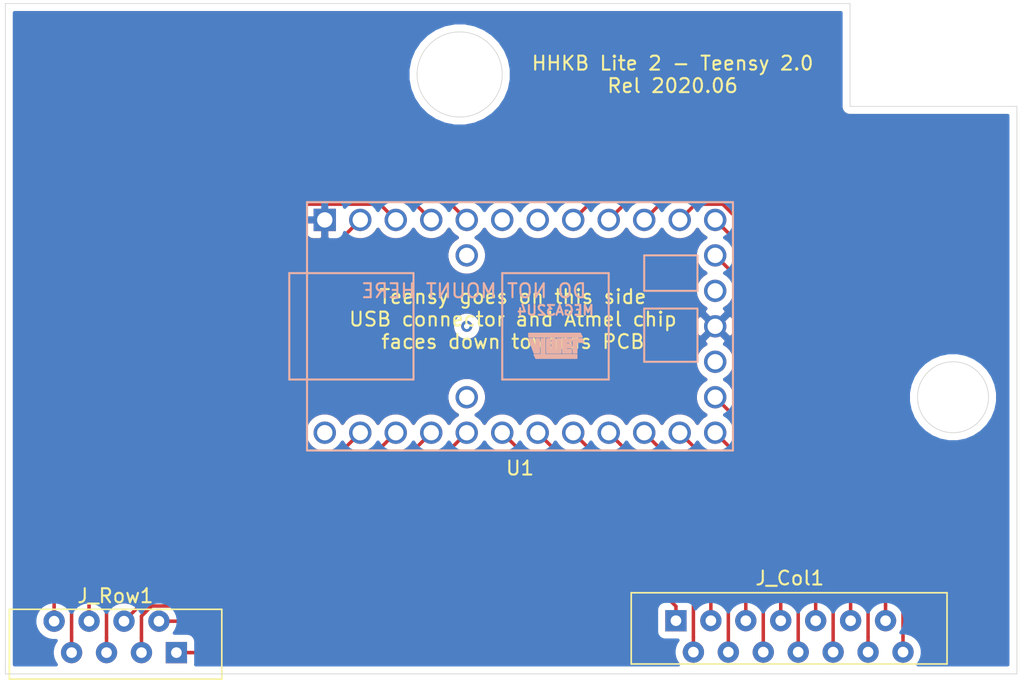
<source format=kicad_pcb>
(kicad_pcb (version 20171130) (host pcbnew "(5.1.6-0-10_14)")

  (general
    (thickness 1.6)
    (drawings 15)
    (tracks 74)
    (zones 0)
    (modules 3)
    (nets 25)
  )

  (page A4)
  (title_block
    (title "HHKB Lite 2 - Teensy 2.0")
    (date 2020-05-19)
    (rev 2020.06)
    (company thirteen37)
  )

  (layers
    (0 F.Cu signal)
    (31 B.Cu signal)
    (32 B.Adhes user)
    (33 F.Adhes user)
    (34 B.Paste user)
    (35 F.Paste user)
    (36 B.SilkS user)
    (37 F.SilkS user)
    (38 B.Mask user)
    (39 F.Mask user)
    (40 Dwgs.User user)
    (41 Cmts.User user)
    (42 Eco1.User user)
    (43 Eco2.User user)
    (44 Edge.Cuts user)
    (45 Margin user)
    (46 B.CrtYd user)
    (47 F.CrtYd user)
    (48 B.Fab user)
    (49 F.Fab user)
  )

  (setup
    (last_trace_width 0.25)
    (trace_clearance 0.2)
    (zone_clearance 0.508)
    (zone_45_only no)
    (trace_min 0.2)
    (via_size 0.8)
    (via_drill 0.4)
    (via_min_size 0.4)
    (via_min_drill 0.3)
    (uvia_size 0.3)
    (uvia_drill 0.1)
    (uvias_allowed no)
    (uvia_min_size 0.2)
    (uvia_min_drill 0.1)
    (edge_width 0.05)
    (segment_width 0.2)
    (pcb_text_width 0.3)
    (pcb_text_size 1.5 1.5)
    (mod_edge_width 0.12)
    (mod_text_size 1 1)
    (mod_text_width 0.15)
    (pad_size 1.524 1.524)
    (pad_drill 0.762)
    (pad_to_mask_clearance 0.051)
    (solder_mask_min_width 0.25)
    (aux_axis_origin 0 0)
    (visible_elements FFFFFF7F)
    (pcbplotparams
      (layerselection 0x010f0_ffffffff)
      (usegerberextensions false)
      (usegerberattributes false)
      (usegerberadvancedattributes false)
      (creategerberjobfile false)
      (excludeedgelayer true)
      (linewidth 0.100000)
      (plotframeref false)
      (viasonmask false)
      (mode 1)
      (useauxorigin false)
      (hpglpennumber 1)
      (hpglpenspeed 20)
      (hpglpendiameter 15.000000)
      (psnegative false)
      (psa4output false)
      (plotreference true)
      (plotvalue true)
      (plotinvisibletext false)
      (padsonsilk false)
      (subtractmaskfromsilk false)
      (outputformat 1)
      (mirror false)
      (drillshape 0)
      (scaleselection 1)
      (outputdirectory "plots/"))
  )

  (net 0 "")
  (net 1 "Net-(J_Col1-Pad14)")
  (net 2 "Net-(J_Col1-Pad13)")
  (net 3 "Net-(J_Col1-Pad12)")
  (net 4 "Net-(J_Col1-Pad11)")
  (net 5 "Net-(J_Col1-Pad10)")
  (net 6 "Net-(J_Col1-Pad9)")
  (net 7 "Net-(J_Col1-Pad8)")
  (net 8 "Net-(J_Col1-Pad7)")
  (net 9 "Net-(J_Col1-Pad6)")
  (net 10 "Net-(J_Col1-Pad5)")
  (net 11 "Net-(J_Col1-Pad4)")
  (net 12 "Net-(J_Col1-Pad3)")
  (net 13 "Net-(J_Col1-Pad2)")
  (net 14 "Net-(J_Col1-Pad1)")
  (net 15 "Net-(J_Row1-Pad8)")
  (net 16 "Net-(J_Row1-Pad7)")
  (net 17 "Net-(J_Row1-Pad6)")
  (net 18 "Net-(J_Row1-Pad5)")
  (net 19 "Net-(J_Row1-Pad4)")
  (net 20 "Net-(J_Row1-Pad3)")
  (net 21 "Net-(J_Row1-Pad2)")
  (net 22 "Net-(J_Row1-Pad1)")
  (net 23 "Net-(U1-Pad15)")
  (net 24 GND)

  (net_class Default "This is the default net class."
    (clearance 0.2)
    (trace_width 0.25)
    (via_dia 0.8)
    (via_drill 0.4)
    (uvia_dia 0.3)
    (uvia_drill 0.1)
    (add_net GND)
    (add_net "Net-(J_Col1-Pad1)")
    (add_net "Net-(J_Col1-Pad10)")
    (add_net "Net-(J_Col1-Pad11)")
    (add_net "Net-(J_Col1-Pad12)")
    (add_net "Net-(J_Col1-Pad13)")
    (add_net "Net-(J_Col1-Pad14)")
    (add_net "Net-(J_Col1-Pad2)")
    (add_net "Net-(J_Col1-Pad3)")
    (add_net "Net-(J_Col1-Pad4)")
    (add_net "Net-(J_Col1-Pad5)")
    (add_net "Net-(J_Col1-Pad6)")
    (add_net "Net-(J_Col1-Pad7)")
    (add_net "Net-(J_Col1-Pad8)")
    (add_net "Net-(J_Col1-Pad9)")
    (add_net "Net-(J_Row1-Pad1)")
    (add_net "Net-(J_Row1-Pad2)")
    (add_net "Net-(J_Row1-Pad3)")
    (add_net "Net-(J_Row1-Pad4)")
    (add_net "Net-(J_Row1-Pad5)")
    (add_net "Net-(J_Row1-Pad6)")
    (add_net "Net-(J_Row1-Pad7)")
    (add_net "Net-(J_Row1-Pad8)")
    (add_net "Net-(U1-Pad15)")
  )

  (module Connector_Molex_Easy-On:Molex_Easy-On_39-53-2084_8-Contacts (layer F.Cu) (tedit 5EB946F0) (tstamp 5EB9A993)
    (at 134.112 75.438 180)
    (path /5EB4500B)
    (fp_text reference J_Row1 (at 4.318 4.064) (layer F.SilkS)
      (effects (font (size 1 1) (thickness 0.15)))
    )
    (fp_text value Rows (at 9.652 4.064) (layer F.Fab)
      (effects (font (size 1 1) (thickness 0.15)))
    )
    (fp_line (start 11.9 3.1) (end -3.3 3.1) (layer F.SilkS) (width 0.12))
    (fp_line (start 11.9 -1.9) (end -3.3 -1.9) (layer F.SilkS) (width 0.12))
    (fp_line (start -3.3 -1.9) (end -3.3 3.1) (layer F.SilkS) (width 0.12))
    (fp_line (start 11.9 3.1) (end 11.9 -1.9) (layer F.SilkS) (width 0.12))
    (pad 8 thru_hole circle (at 8.7 2.25) (size 1.524 1.524) (drill 0.762) (layers *.Cu *.Mask)
      (net 15 "Net-(J_Row1-Pad8)"))
    (pad 7 thru_hole circle (at 7.45 0) (size 1.524 1.524) (drill 0.762) (layers *.Cu *.Mask)
      (net 16 "Net-(J_Row1-Pad7)"))
    (pad 6 thru_hole circle (at 6.2 2.25) (size 1.524 1.524) (drill 0.762) (layers *.Cu *.Mask)
      (net 17 "Net-(J_Row1-Pad6)"))
    (pad 5 thru_hole circle (at 4.95 0) (size 1.524 1.524) (drill 0.762) (layers *.Cu *.Mask)
      (net 18 "Net-(J_Row1-Pad5)"))
    (pad 4 thru_hole circle (at 3.7 2.25) (size 1.524 1.524) (drill 0.762) (layers *.Cu *.Mask)
      (net 19 "Net-(J_Row1-Pad4)"))
    (pad 3 thru_hole circle (at 2.45 0) (size 1.524 1.524) (drill 0.762) (layers *.Cu *.Mask)
      (net 20 "Net-(J_Row1-Pad3)"))
    (pad 2 thru_hole circle (at 1.2 2.25) (size 1.524 1.524) (drill 0.762) (layers *.Cu *.Mask)
      (net 21 "Net-(J_Row1-Pad2)"))
    (pad 1 thru_hole rect (at -0.05 0) (size 1.524 1.524) (drill 0.762) (layers *.Cu *.Mask)
      (net 22 "Net-(J_Row1-Pad1)"))
  )

  (module Connector_Molex_Easy-On:Molex_Easy-On_39-53-2144_14-Contacts (layer F.Cu) (tedit 5EB94935) (tstamp 5EB9ABB6)
    (at 169.91 73.152)
    (path /5EB48372)
    (fp_text reference J_Col1 (at 8.144 -3.048) (layer F.SilkS)
      (effects (font (size 1 1) (thickness 0.15)))
    )
    (fp_text value Columns (at 0.524 -3.048) (layer F.Fab)
      (effects (font (size 1 1) (thickness 0.15)))
    )
    (fp_line (start 19.4 3.1) (end -3.2 3.1) (layer F.SilkS) (width 0.12))
    (fp_line (start 19.4 -2) (end 19.4 3.1) (layer F.SilkS) (width 0.12))
    (fp_line (start -3.2 -2) (end 19.4 -2) (layer F.SilkS) (width 0.12))
    (fp_line (start -3.2 -2) (end -3.2 3.1) (layer F.SilkS) (width 0.12))
    (pad 14 thru_hole circle (at 16.25 2.25 180) (size 1.524 1.524) (drill 0.762) (layers *.Cu *.Mask)
      (net 1 "Net-(J_Col1-Pad14)"))
    (pad 13 thru_hole circle (at 15 0 180) (size 1.524 1.524) (drill 0.762) (layers *.Cu *.Mask)
      (net 2 "Net-(J_Col1-Pad13)"))
    (pad 12 thru_hole circle (at 13.75 2.25 180) (size 1.524 1.524) (drill 0.762) (layers *.Cu *.Mask)
      (net 3 "Net-(J_Col1-Pad12)"))
    (pad 11 thru_hole circle (at 12.5 0 180) (size 1.524 1.524) (drill 0.762) (layers *.Cu *.Mask)
      (net 4 "Net-(J_Col1-Pad11)"))
    (pad 10 thru_hole circle (at 11.25 2.25 180) (size 1.524 1.524) (drill 0.762) (layers *.Cu *.Mask)
      (net 5 "Net-(J_Col1-Pad10)"))
    (pad 9 thru_hole circle (at 10 0 180) (size 1.524 1.524) (drill 0.762) (layers *.Cu *.Mask)
      (net 6 "Net-(J_Col1-Pad9)"))
    (pad 8 thru_hole circle (at 8.75 2.25 180) (size 1.524 1.524) (drill 0.762) (layers *.Cu *.Mask)
      (net 7 "Net-(J_Col1-Pad8)"))
    (pad 7 thru_hole circle (at 7.5 0 180) (size 1.524 1.524) (drill 0.762) (layers *.Cu *.Mask)
      (net 8 "Net-(J_Col1-Pad7)"))
    (pad 6 thru_hole circle (at 6.25 2.25 180) (size 1.524 1.524) (drill 0.762) (layers *.Cu *.Mask)
      (net 9 "Net-(J_Col1-Pad6)"))
    (pad 5 thru_hole circle (at 5 0 180) (size 1.524 1.524) (drill 0.762) (layers *.Cu *.Mask)
      (net 10 "Net-(J_Col1-Pad5)"))
    (pad 4 thru_hole circle (at 3.75 2.25 180) (size 1.524 1.524) (drill 0.762) (layers *.Cu *.Mask)
      (net 11 "Net-(J_Col1-Pad4)"))
    (pad 3 thru_hole circle (at 2.5 0 180) (size 1.524 1.524) (drill 0.762) (layers *.Cu *.Mask)
      (net 12 "Net-(J_Col1-Pad3)"))
    (pad 2 thru_hole circle (at 1.25 2.25 180) (size 1.524 1.524) (drill 0.762) (layers *.Cu *.Mask)
      (net 13 "Net-(J_Col1-Pad2)"))
    (pad 1 thru_hole rect (at 0 0 180) (size 1.524 1.524) (drill 0.762) (layers *.Cu *.Mask)
      (net 14 "Net-(J_Col1-Pad1)"))
  )

  (module teensy:Teensy2.0 (layer B.Cu) (tedit 5D5219BD) (tstamp 5EB43F7D)
    (at 158.75 52.07)
    (descr 11)
    (path /5EBE78DD)
    (fp_text reference U1 (at 0 10.16) (layer F.SilkS)
      (effects (font (size 1 1) (thickness 0.15)))
    )
    (fp_text value "Teensy2.0_(C)" (at 0 -10.16) (layer F.Fab)
      (effects (font (size 1 1) (thickness 0.15)))
    )
    (fp_line (start 12.7 -2.54) (end 8.89 -2.54) (layer B.SilkS) (width 0.15))
    (fp_line (start 8.89 -2.54) (end 8.89 -5.08) (layer B.SilkS) (width 0.15))
    (fp_line (start 8.89 -5.08) (end 12.7 -5.08) (layer B.SilkS) (width 0.15))
    (fp_line (start 12.7 -5.08) (end 12.7 -2.54) (layer B.SilkS) (width 0.15))
    (fp_line (start 12.7 2.54) (end 8.89 2.54) (layer B.SilkS) (width 0.15))
    (fp_line (start 8.89 2.54) (end 8.89 0) (layer B.SilkS) (width 0.15))
    (fp_line (start 8.89 0) (end 8.89 -1.27) (layer B.SilkS) (width 0.15))
    (fp_line (start 8.89 -1.27) (end 12.7 -1.27) (layer B.SilkS) (width 0.15))
    (fp_line (start 12.7 -1.27) (end 12.7 2.54) (layer B.SilkS) (width 0.15))
    (fp_line (start -1.27 -3.81) (end 6.35 -3.81) (layer B.SilkS) (width 0.15))
    (fp_line (start 6.35 -3.81) (end 6.35 3.81) (layer B.SilkS) (width 0.15))
    (fp_line (start 6.35 3.81) (end -1.27 3.81) (layer B.SilkS) (width 0.15))
    (fp_line (start -1.27 3.81) (end -1.27 -3.81) (layer B.SilkS) (width 0.15))
    (fp_line (start -7.62 -3.81) (end -16.51 -3.81) (layer B.SilkS) (width 0.15))
    (fp_line (start -16.51 -3.81) (end -16.51 3.81) (layer B.SilkS) (width 0.15))
    (fp_line (start -16.51 3.81) (end -7.62 3.81) (layer B.SilkS) (width 0.15))
    (fp_line (start -7.62 3.81) (end -7.62 -3.81) (layer B.SilkS) (width 0.15))
    (fp_line (start -15.24 8.89) (end 15.24 8.89) (layer B.SilkS) (width 0.15))
    (fp_line (start 15.24 8.89) (end 15.24 -8.89) (layer B.SilkS) (width 0.15))
    (fp_line (start 15.24 -8.89) (end -15.24 -8.89) (layer B.SilkS) (width 0.15))
    (fp_line (start -15.24 -8.89) (end -15.24 8.89) (layer B.SilkS) (width 0.15))
    (fp_poly (pts (xy 3.048 1.905) (xy 3.683 1.905) (xy 3.683 1.651) (xy 3.302 1.651)
      (xy 3.302 1.524) (xy 3.683 1.524) (xy 3.683 1.27) (xy 3.302 1.27)
      (xy 3.302 1.143) (xy 3.683 1.143) (xy 3.683 0.889) (xy 3.048 0.889)) (layer B.SilkS) (width 0.1))
    (fp_poly (pts (xy 3.81 1.905) (xy 3.81 0.889) (xy 4.445 0.889) (xy 4.572 1.143)
      (xy 4.064 1.143) (xy 4.064 1.905)) (layer B.SilkS) (width 0.1))
    (fp_poly (pts (xy 2.921 0.889) (xy 2.921 1.905) (xy 1.905 1.905) (xy 1.905 0.889)
      (xy 2.159 0.889) (xy 2.159 1.651) (xy 2.286 1.651) (xy 2.286 0.889)
      (xy 2.54 0.889) (xy 2.54 1.651) (xy 2.667 1.651) (xy 2.667 0.889)) (layer B.SilkS) (width 0.1))
    (fp_poly (pts (xy 4.064 2.032) (xy 1.778 2.032) (xy 1.778 0.889) (xy 1.524 0.889)
      (xy 1.524 2.032) (xy 1.016 2.032) (xy 1.143 2.286) (xy 4.064 2.286)) (layer B.SilkS) (width 0.1))
    (fp_poly (pts (xy 1.397 0.889) (xy 1.397 1.905) (xy 1.016 1.905) (xy 0.635 0.889)
      (xy 0.889 0.889) (xy 1.143 1.651) (xy 1.143 0.889)) (layer B.SilkS) (width 0.1))
    (fp_poly (pts (xy 0.635 0.762) (xy 4.445 0.762) (xy 4.318 0.508) (xy 0.635 0.508)) (layer B.SilkS) (width 0.1))
    (fp_text user MEGA32U4 (at 2.54 -1.143) (layer B.SilkS)
      (effects (font (size 0.7 0.7) (thickness 0.15)) (justify mirror))
    )
    (pad 15 thru_hole circle (at 13.97 0) (size 1.6 1.6) (drill 1.1) (layers *.Cu *.Mask)
      (net 24 GND))
    (pad 1 thru_hole rect (at -13.97 -7.62) (size 1.6 1.6) (drill 1.1) (layers *.Cu *.Mask)
      (net 24 GND))
    (pad 2 thru_hole circle (at -11.43 -7.62) (size 1.6 1.6) (drill 1.1) (layers *.Cu *.Mask)
      (net 18 "Net-(J_Row1-Pad5)"))
    (pad 3 thru_hole circle (at -8.89 -7.62) (size 1.6 1.6) (drill 1.1) (layers *.Cu *.Mask)
      (net 17 "Net-(J_Row1-Pad6)"))
    (pad 4 thru_hole circle (at -6.35 -7.62) (size 1.6 1.6) (drill 1.1) (layers *.Cu *.Mask)
      (net 16 "Net-(J_Row1-Pad7)"))
    (pad 5 thru_hole circle (at -3.81 -7.62) (size 1.6 1.6) (drill 1.1) (layers *.Cu *.Mask)
      (net 15 "Net-(J_Row1-Pad8)"))
    (pad 6 thru_hole circle (at -1.27 -7.62) (size 1.6 1.6) (drill 1.1) (layers *.Cu *.Mask))
    (pad 7 thru_hole circle (at 1.27 -7.62) (size 1.6 1.6) (drill 1.1) (layers *.Cu *.Mask))
    (pad 8 thru_hole circle (at 3.81 -7.62) (size 1.6 1.6) (drill 1.1) (layers *.Cu *.Mask)
      (net 1 "Net-(J_Col1-Pad14)"))
    (pad 9 thru_hole circle (at 6.35 -7.62) (size 1.6 1.6) (drill 1.1) (layers *.Cu *.Mask)
      (net 2 "Net-(J_Col1-Pad13)"))
    (pad 10 thru_hole circle (at 8.89 -7.62) (size 1.6 1.6) (drill 1.1) (layers *.Cu *.Mask)
      (net 3 "Net-(J_Col1-Pad12)"))
    (pad 11 thru_hole circle (at 11.43 -7.62) (size 1.6 1.6) (drill 1.1) (layers *.Cu *.Mask)
      (net 4 "Net-(J_Col1-Pad11)"))
    (pad 12 thru_hole circle (at 13.97 -7.62) (size 1.6 1.6) (drill 1.1) (layers *.Cu *.Mask)
      (net 5 "Net-(J_Col1-Pad10)"))
    (pad 13 thru_hole circle (at 13.97 -5.08) (size 1.6 1.6) (drill 1.1) (layers *.Cu *.Mask)
      (net 6 "Net-(J_Col1-Pad9)"))
    (pad 14 thru_hole circle (at 13.97 -2.54) (size 1.6 1.6) (drill 1.1) (layers *.Cu *.Mask))
    (pad 16 thru_hole circle (at 13.97 2.54) (size 1.6 1.6) (drill 1.1) (layers *.Cu *.Mask))
    (pad 17 thru_hole circle (at 13.97 5.08) (size 1.6 1.6) (drill 1.1) (layers *.Cu *.Mask)
      (net 7 "Net-(J_Col1-Pad8)"))
    (pad 18 thru_hole circle (at 13.97 7.62) (size 1.6 1.6) (drill 1.1) (layers *.Cu *.Mask)
      (net 8 "Net-(J_Col1-Pad7)"))
    (pad 19 thru_hole circle (at 11.43 7.62) (size 1.6 1.6) (drill 1.1) (layers *.Cu *.Mask)
      (net 9 "Net-(J_Col1-Pad6)"))
    (pad 20 thru_hole circle (at 8.89 7.62) (size 1.6 1.6) (drill 1.1) (layers *.Cu *.Mask)
      (net 10 "Net-(J_Col1-Pad5)"))
    (pad 21 thru_hole circle (at 6.35 7.62) (size 1.6 1.6) (drill 1.1) (layers *.Cu *.Mask)
      (net 11 "Net-(J_Col1-Pad4)"))
    (pad 22 thru_hole circle (at 3.81 7.62) (size 1.6 1.6) (drill 1.1) (layers *.Cu *.Mask)
      (net 12 "Net-(J_Col1-Pad3)"))
    (pad 23 thru_hole circle (at 1.27 7.62) (size 1.6 1.6) (drill 1.1) (layers *.Cu *.Mask)
      (net 13 "Net-(J_Col1-Pad2)"))
    (pad 24 thru_hole circle (at -1.27 7.62) (size 1.6 1.6) (drill 1.1) (layers *.Cu *.Mask)
      (net 14 "Net-(J_Col1-Pad1)"))
    (pad 25 thru_hole circle (at -3.81 7.62) (size 1.6 1.6) (drill 1.1) (layers *.Cu *.Mask)
      (net 22 "Net-(J_Row1-Pad1)"))
    (pad 26 thru_hole circle (at -6.35 7.62) (size 1.6 1.6) (drill 1.1) (layers *.Cu *.Mask)
      (net 21 "Net-(J_Row1-Pad2)"))
    (pad 27 thru_hole circle (at -8.89 7.62) (size 1.6 1.6) (drill 1.1) (layers *.Cu *.Mask)
      (net 20 "Net-(J_Row1-Pad3)"))
    (pad 28 thru_hole circle (at -11.43 7.62) (size 1.6 1.6) (drill 1.1) (layers *.Cu *.Mask)
      (net 19 "Net-(J_Row1-Pad4)"))
    (pad 29 thru_hole circle (at -13.97 7.62) (size 1.6 1.6) (drill 1.1) (layers *.Cu *.Mask))
    (pad 30 thru_hole circle (at -3.81 -5.08) (size 1.6 1.6) (drill 1.1) (layers *.Cu *.Mask))
    (pad 31 thru_hole circle (at -3.81 5.08) (size 1.6 1.6) (drill 1.1) (layers *.Cu *.Mask))
  )

  (gr_text "DO NOT MOUNT HERE" (at 155.448 49.53) (layer B.SilkS)
    (effects (font (size 1 1) (thickness 0.15)) (justify mirror))
  )
  (gr_text "Teensy goes on this side\nUSB connector and Atmel chip\nfaces down towards PCB" (at 158.242 51.562) (layer F.SilkS)
    (effects (font (size 1 1) (thickness 0.15)))
  )
  (gr_line (start 143.51 60.96) (end 143.51 43.18) (layer F.SilkS) (width 0.12) (tstamp 5EC38B7B))
  (gr_line (start 173.99 60.96) (end 143.51 60.96) (layer F.SilkS) (width 0.12))
  (gr_line (start 173.99 43.18) (end 173.99 60.96) (layer F.SilkS) (width 0.12))
  (gr_line (start 143.51 43.18) (end 173.99 43.18) (layer F.SilkS) (width 0.12))
  (gr_circle (center 189.738 57.15) (end 187.198 57.15) (layer Edge.Cuts) (width 0.05))
  (gr_text "HHKB Lite 2 - Teensy 2.0\nRel 2020.06" (at 169.672 34.036) (layer F.SilkS)
    (effects (font (size 1 1) (thickness 0.15)))
  )
  (gr_line (start 182.372 36.322) (end 182.372 28.956) (layer Edge.Cuts) (width 0.05))
  (gr_circle (center 154.432 34.036) (end 157.48 34.036) (layer Edge.Cuts) (width 0.05) (tstamp 5EC93158))
  (gr_line (start 194.31 36.322) (end 182.372 36.322) (layer Edge.Cuts) (width 0.05) (tstamp 5EB55CE9))
  (gr_line (start 121.92 76.962) (end 194.31 76.962) (layer Edge.Cuts) (width 0.05) (tstamp 5EB521AF))
  (gr_line (start 121.92 28.956) (end 182.372 28.956) (layer Edge.Cuts) (width 0.05) (tstamp 5EB5213F))
  (gr_line (start 121.92 76.962) (end 121.92 28.956) (layer Edge.Cuts) (width 0.05))
  (gr_line (start 194.31 76.962) (end 194.31 36.322) (layer Edge.Cuts) (width 0.05))

  (segment (start 186.16 74.32437) (end 186.16 75.402) (width 0.25) (layer F.Cu) (net 1))
  (segment (start 186.16 54.315768) (end 186.16 74.32437) (width 0.25) (layer F.Cu) (net 1))
  (segment (start 173.819204 41.974972) (end 186.16 54.315768) (width 0.25) (layer F.Cu) (net 1))
  (segment (start 165.035028 41.974972) (end 173.819204 41.974972) (width 0.25) (layer F.Cu) (net 1))
  (segment (start 162.56 44.45) (end 165.035028 41.974972) (width 0.25) (layer F.Cu) (net 1))
  (segment (start 184.91 72.07437) (end 184.91 73.152) (width 0.25) (layer F.Cu) (net 2))
  (segment (start 173.632803 42.424981) (end 184.91 53.702178) (width 0.25) (layer F.Cu) (net 2))
  (segment (start 167.125019 42.424981) (end 173.632803 42.424981) (width 0.25) (layer F.Cu) (net 2))
  (segment (start 184.91 53.702178) (end 184.91 72.07437) (width 0.25) (layer F.Cu) (net 2))
  (segment (start 165.1 44.45) (end 167.125019 42.424981) (width 0.25) (layer F.Cu) (net 2))
  (segment (start 183.66 74.32437) (end 183.66 75.402) (width 0.25) (layer F.Cu) (net 3))
  (segment (start 183.66 53.088588) (end 183.66 74.32437) (width 0.25) (layer F.Cu) (net 3))
  (segment (start 173.446402 42.87499) (end 183.66 53.088588) (width 0.25) (layer F.Cu) (net 3))
  (segment (start 169.21501 42.87499) (end 173.446402 42.87499) (width 0.25) (layer F.Cu) (net 3))
  (segment (start 167.64 44.45) (end 169.21501 42.87499) (width 0.25) (layer F.Cu) (net 3))
  (segment (start 170.979999 43.650001) (end 170.18 44.45) (width 0.25) (layer F.Cu) (net 4))
  (segment (start 173.260001 43.324999) (end 171.305001 43.324999) (width 0.25) (layer F.Cu) (net 4))
  (segment (start 182.41 52.474998) (end 173.260001 43.324999) (width 0.25) (layer F.Cu) (net 4))
  (segment (start 171.305001 43.324999) (end 170.979999 43.650001) (width 0.25) (layer F.Cu) (net 4))
  (segment (start 182.41 73.152) (end 182.41 52.474998) (width 0.25) (layer F.Cu) (net 4))
  (segment (start 181.16 52.89) (end 181.16 75.402) (width 0.25) (layer F.Cu) (net 5))
  (segment (start 172.72 44.45) (end 181.16 52.89) (width 0.25) (layer F.Cu) (net 5))
  (segment (start 179.91 54.18) (end 172.72 46.99) (width 0.25) (layer F.Cu) (net 6))
  (segment (start 179.91 73.152) (end 179.91 54.18) (width 0.25) (layer F.Cu) (net 6))
  (segment (start 178.66 63.09) (end 178.66 75.402) (width 0.25) (layer F.Cu) (net 7))
  (segment (start 172.72 57.15) (end 178.66 63.09) (width 0.25) (layer F.Cu) (net 7))
  (segment (start 177.41 64.38) (end 177.41 73.152) (width 0.25) (layer F.Cu) (net 8))
  (segment (start 172.72 59.69) (end 177.41 64.38) (width 0.25) (layer F.Cu) (net 8))
  (segment (start 176.16 65.67) (end 176.16 75.402) (width 0.25) (layer F.Cu) (net 9))
  (segment (start 170.18 59.69) (end 176.16 65.67) (width 0.25) (layer F.Cu) (net 9))
  (segment (start 174.91 66.96) (end 174.91 73.152) (width 0.25) (layer F.Cu) (net 10))
  (segment (start 167.64 59.69) (end 174.91 66.96) (width 0.25) (layer F.Cu) (net 10))
  (segment (start 173.66 68.25) (end 173.66 75.402) (width 0.25) (layer F.Cu) (net 11))
  (segment (start 165.1 59.69) (end 173.66 68.25) (width 0.25) (layer F.Cu) (net 11))
  (segment (start 172.41 69.54) (end 172.41 73.152) (width 0.25) (layer F.Cu) (net 12))
  (segment (start 162.56 59.69) (end 172.41 69.54) (width 0.25) (layer F.Cu) (net 12))
  (segment (start 171.16 74.32437) (end 171.16 75.402) (width 0.25) (layer F.Cu) (net 13))
  (segment (start 171.16 70.83) (end 171.16 74.32437) (width 0.25) (layer F.Cu) (net 13))
  (segment (start 160.02 59.69) (end 171.16 70.83) (width 0.25) (layer F.Cu) (net 13))
  (segment (start 169.91 72.12) (end 169.91 73.152) (width 0.25) (layer F.Cu) (net 14))
  (segment (start 157.48 59.69) (end 169.91 72.12) (width 0.25) (layer F.Cu) (net 14))
  (segment (start 125.412 72.11037) (end 125.412 73.188) (width 0.25) (layer F.Cu) (net 15))
  (segment (start 141.976199 42.424981) (end 125.412 58.98918) (width 0.25) (layer F.Cu) (net 15))
  (segment (start 152.914981 42.424981) (end 141.976199 42.424981) (width 0.25) (layer F.Cu) (net 15))
  (segment (start 125.412 58.98918) (end 125.412 72.11037) (width 0.25) (layer F.Cu) (net 15))
  (segment (start 154.94 44.45) (end 152.914981 42.424981) (width 0.25) (layer F.Cu) (net 15))
  (segment (start 142.1626 42.87499) (end 126.662 58.37559) (width 0.25) (layer F.Cu) (net 16))
  (segment (start 126.662 74.36037) (end 126.662 75.438) (width 0.25) (layer F.Cu) (net 16))
  (segment (start 126.662 58.37559) (end 126.662 74.36037) (width 0.25) (layer F.Cu) (net 16))
  (segment (start 150.82499 42.87499) (end 142.1626 42.87499) (width 0.25) (layer F.Cu) (net 16))
  (segment (start 152.4 44.45) (end 150.82499 42.87499) (width 0.25) (layer F.Cu) (net 16))
  (segment (start 127.912 72.11037) (end 127.912 73.188) (width 0.25) (layer F.Cu) (net 17))
  (segment (start 127.912 57.762) (end 127.912 72.11037) (width 0.25) (layer F.Cu) (net 17))
  (segment (start 142.349001 43.324999) (end 127.912 57.762) (width 0.25) (layer F.Cu) (net 17))
  (segment (start 148.734999 43.324999) (end 142.349001 43.324999) (width 0.25) (layer F.Cu) (net 17))
  (segment (start 149.86 44.45) (end 148.734999 43.324999) (width 0.25) (layer F.Cu) (net 17))
  (segment (start 129.162 74.36037) (end 129.162 75.438) (width 0.25) (layer F.Cu) (net 18))
  (segment (start 129.162 62.608) (end 129.162 74.36037) (width 0.25) (layer F.Cu) (net 18))
  (segment (start 147.32 44.45) (end 129.162 62.608) (width 0.25) (layer F.Cu) (net 18))
  (segment (start 131.173999 72.426001) (end 130.412 73.188) (width 0.25) (layer F.Cu) (net 19))
  (segment (start 131.94901 71.65099) (end 131.173999 72.426001) (width 0.25) (layer F.Cu) (net 19))
  (segment (start 135.35901 71.65099) (end 131.94901 71.65099) (width 0.25) (layer F.Cu) (net 19))
  (segment (start 147.32 59.69) (end 135.35901 71.65099) (width 0.25) (layer F.Cu) (net 19))
  (segment (start 131.662 74.36037) (end 131.662 75.438) (width 0.25) (layer F.Cu) (net 20))
  (segment (start 132.390239 72.100999) (end 131.662 72.829238) (width 0.25) (layer F.Cu) (net 20))
  (segment (start 131.662 72.829238) (end 131.662 74.36037) (width 0.25) (layer F.Cu) (net 20))
  (segment (start 137.449001 72.100999) (end 132.390239 72.100999) (width 0.25) (layer F.Cu) (net 20))
  (segment (start 149.86 59.69) (end 137.449001 72.100999) (width 0.25) (layer F.Cu) (net 20))
  (segment (start 138.902 73.188) (end 132.912 73.188) (width 0.25) (layer F.Cu) (net 21))
  (segment (start 152.4 59.69) (end 138.902 73.188) (width 0.25) (layer F.Cu) (net 21))
  (segment (start 135.174 75.438) (end 134.162 75.438) (width 0.25) (layer F.Cu) (net 22))
  (segment (start 139.192 75.438) (end 135.174 75.438) (width 0.25) (layer F.Cu) (net 22))
  (segment (start 154.94 59.69) (end 139.192 75.438) (width 0.25) (layer F.Cu) (net 22))
  (via (at 154.94 52.07) (size 0.8) (drill 0.4) (layers F.Cu B.Cu) (net 23))

  (zone (net 24) (net_name GND) (layer F.Cu) (tstamp 5EB9B1B9) (hatch edge 0.508)
    (connect_pads (clearance 0.508))
    (min_thickness 0.254)
    (fill yes (arc_segments 32) (thermal_gap 0.508) (thermal_bridge_width 0.508))
    (polygon
      (pts
        (xy 194.818 76.962) (xy 121.8565 76.962) (xy 121.666 28.702) (xy 194.818 28.702)
      )
    )
    (filled_polygon
      (pts
        (xy 171.605363 45.364759) (xy 171.805241 45.564637) (xy 172.037759 45.72) (xy 171.805241 45.875363) (xy 171.605363 46.075241)
        (xy 171.44832 46.310273) (xy 171.340147 46.571426) (xy 171.285 46.848665) (xy 171.285 47.131335) (xy 171.340147 47.408574)
        (xy 171.44832 47.669727) (xy 171.605363 47.904759) (xy 171.805241 48.104637) (xy 172.037759 48.26) (xy 171.805241 48.415363)
        (xy 171.605363 48.615241) (xy 171.44832 48.850273) (xy 171.340147 49.111426) (xy 171.285 49.388665) (xy 171.285 49.671335)
        (xy 171.340147 49.948574) (xy 171.44832 50.209727) (xy 171.605363 50.444759) (xy 171.805241 50.644637) (xy 172.039128 50.800915)
        (xy 171.978486 50.833329) (xy 171.906903 51.077298) (xy 172.72 51.890395) (xy 173.533097 51.077298) (xy 173.461514 50.833329)
        (xy 173.397008 50.802806) (xy 173.399727 50.80168) (xy 173.634759 50.644637) (xy 173.834637 50.444759) (xy 173.99168 50.209727)
        (xy 174.099853 49.948574) (xy 174.155 49.671335) (xy 174.155 49.499801) (xy 179.150001 54.494803) (xy 179.150001 62.505199)
        (xy 174.118688 57.473887) (xy 174.155 57.291335) (xy 174.155 57.008665) (xy 174.099853 56.731426) (xy 173.99168 56.470273)
        (xy 173.834637 56.235241) (xy 173.634759 56.035363) (xy 173.402241 55.88) (xy 173.634759 55.724637) (xy 173.834637 55.524759)
        (xy 173.99168 55.289727) (xy 174.099853 55.028574) (xy 174.155 54.751335) (xy 174.155 54.468665) (xy 174.099853 54.191426)
        (xy 173.99168 53.930273) (xy 173.834637 53.695241) (xy 173.634759 53.495363) (xy 173.400872 53.339085) (xy 173.461514 53.306671)
        (xy 173.533097 53.062702) (xy 172.72 52.249605) (xy 171.906903 53.062702) (xy 171.978486 53.306671) (xy 172.042992 53.337194)
        (xy 172.040273 53.33832) (xy 171.805241 53.495363) (xy 171.605363 53.695241) (xy 171.44832 53.930273) (xy 171.340147 54.191426)
        (xy 171.285 54.468665) (xy 171.285 54.751335) (xy 171.340147 55.028574) (xy 171.44832 55.289727) (xy 171.605363 55.524759)
        (xy 171.805241 55.724637) (xy 172.037759 55.88) (xy 171.805241 56.035363) (xy 171.605363 56.235241) (xy 171.44832 56.470273)
        (xy 171.340147 56.731426) (xy 171.285 57.008665) (xy 171.285 57.291335) (xy 171.340147 57.568574) (xy 171.44832 57.829727)
        (xy 171.605363 58.064759) (xy 171.805241 58.264637) (xy 172.037759 58.42) (xy 171.805241 58.575363) (xy 171.605363 58.775241)
        (xy 171.45 59.007759) (xy 171.294637 58.775241) (xy 171.094759 58.575363) (xy 170.859727 58.41832) (xy 170.598574 58.310147)
        (xy 170.321335 58.255) (xy 170.038665 58.255) (xy 169.761426 58.310147) (xy 169.500273 58.41832) (xy 169.265241 58.575363)
        (xy 169.065363 58.775241) (xy 168.91 59.007759) (xy 168.754637 58.775241) (xy 168.554759 58.575363) (xy 168.319727 58.41832)
        (xy 168.058574 58.310147) (xy 167.781335 58.255) (xy 167.498665 58.255) (xy 167.221426 58.310147) (xy 166.960273 58.41832)
        (xy 166.725241 58.575363) (xy 166.525363 58.775241) (xy 166.37 59.007759) (xy 166.214637 58.775241) (xy 166.014759 58.575363)
        (xy 165.779727 58.41832) (xy 165.518574 58.310147) (xy 165.241335 58.255) (xy 164.958665 58.255) (xy 164.681426 58.310147)
        (xy 164.420273 58.41832) (xy 164.185241 58.575363) (xy 163.985363 58.775241) (xy 163.83 59.007759) (xy 163.674637 58.775241)
        (xy 163.474759 58.575363) (xy 163.239727 58.41832) (xy 162.978574 58.310147) (xy 162.701335 58.255) (xy 162.418665 58.255)
        (xy 162.141426 58.310147) (xy 161.880273 58.41832) (xy 161.645241 58.575363) (xy 161.445363 58.775241) (xy 161.29 59.007759)
        (xy 161.134637 58.775241) (xy 160.934759 58.575363) (xy 160.699727 58.41832) (xy 160.438574 58.310147) (xy 160.161335 58.255)
        (xy 159.878665 58.255) (xy 159.601426 58.310147) (xy 159.340273 58.41832) (xy 159.105241 58.575363) (xy 158.905363 58.775241)
        (xy 158.75 59.007759) (xy 158.594637 58.775241) (xy 158.394759 58.575363) (xy 158.159727 58.41832) (xy 157.898574 58.310147)
        (xy 157.621335 58.255) (xy 157.338665 58.255) (xy 157.061426 58.310147) (xy 156.800273 58.41832) (xy 156.565241 58.575363)
        (xy 156.365363 58.775241) (xy 156.21 59.007759) (xy 156.054637 58.775241) (xy 155.854759 58.575363) (xy 155.622241 58.42)
        (xy 155.854759 58.264637) (xy 156.054637 58.064759) (xy 156.21168 57.829727) (xy 156.319853 57.568574) (xy 156.375 57.291335)
        (xy 156.375 57.008665) (xy 156.319853 56.731426) (xy 156.21168 56.470273) (xy 156.054637 56.235241) (xy 155.854759 56.035363)
        (xy 155.619727 55.87832) (xy 155.358574 55.770147) (xy 155.081335 55.715) (xy 154.798665 55.715) (xy 154.521426 55.770147)
        (xy 154.260273 55.87832) (xy 154.025241 56.035363) (xy 153.825363 56.235241) (xy 153.66832 56.470273) (xy 153.560147 56.731426)
        (xy 153.505 57.008665) (xy 153.505 57.291335) (xy 153.560147 57.568574) (xy 153.66832 57.829727) (xy 153.825363 58.064759)
        (xy 154.025241 58.264637) (xy 154.257759 58.42) (xy 154.025241 58.575363) (xy 153.825363 58.775241) (xy 153.67 59.007759)
        (xy 153.514637 58.775241) (xy 153.314759 58.575363) (xy 153.079727 58.41832) (xy 152.818574 58.310147) (xy 152.541335 58.255)
        (xy 152.258665 58.255) (xy 151.981426 58.310147) (xy 151.720273 58.41832) (xy 151.485241 58.575363) (xy 151.285363 58.775241)
        (xy 151.13 59.007759) (xy 150.974637 58.775241) (xy 150.774759 58.575363) (xy 150.539727 58.41832) (xy 150.278574 58.310147)
        (xy 150.001335 58.255) (xy 149.718665 58.255) (xy 149.441426 58.310147) (xy 149.180273 58.41832) (xy 148.945241 58.575363)
        (xy 148.745363 58.775241) (xy 148.59 59.007759) (xy 148.434637 58.775241) (xy 148.234759 58.575363) (xy 147.999727 58.41832)
        (xy 147.738574 58.310147) (xy 147.461335 58.255) (xy 147.178665 58.255) (xy 146.901426 58.310147) (xy 146.640273 58.41832)
        (xy 146.405241 58.575363) (xy 146.205363 58.775241) (xy 146.05 59.007759) (xy 145.894637 58.775241) (xy 145.694759 58.575363)
        (xy 145.459727 58.41832) (xy 145.198574 58.310147) (xy 144.921335 58.255) (xy 144.638665 58.255) (xy 144.361426 58.310147)
        (xy 144.100273 58.41832) (xy 143.865241 58.575363) (xy 143.665363 58.775241) (xy 143.50832 59.010273) (xy 143.400147 59.271426)
        (xy 143.345 59.548665) (xy 143.345 59.831335) (xy 143.400147 60.108574) (xy 143.50832 60.369727) (xy 143.665363 60.604759)
        (xy 143.865241 60.804637) (xy 144.100273 60.96168) (xy 144.361426 61.069853) (xy 144.638665 61.125) (xy 144.810198 61.125)
        (xy 135.044209 70.89099) (xy 131.986332 70.89099) (xy 131.949009 70.887314) (xy 131.911686 70.89099) (xy 131.911677 70.89099)
        (xy 131.800024 70.901987) (xy 131.656763 70.945444) (xy 131.524733 71.016016) (xy 131.441093 71.084658) (xy 131.409009 71.110989)
        (xy 131.385211 71.139988) (xy 130.703571 71.821628) (xy 130.549592 71.791) (xy 130.274408 71.791) (xy 130.00451 71.844686)
        (xy 129.922 71.878863) (xy 129.922 62.922801) (xy 140.87674 51.968061) (xy 153.905 51.968061) (xy 153.905 52.171939)
        (xy 153.944774 52.371898) (xy 154.022795 52.560256) (xy 154.136063 52.729774) (xy 154.280226 52.873937) (xy 154.449744 52.987205)
        (xy 154.638102 53.065226) (xy 154.838061 53.105) (xy 155.041939 53.105) (xy 155.241898 53.065226) (xy 155.430256 52.987205)
        (xy 155.599774 52.873937) (xy 155.743937 52.729774) (xy 155.857205 52.560256) (xy 155.935226 52.371898) (xy 155.975 52.171939)
        (xy 155.975 52.140512) (xy 171.279783 52.140512) (xy 171.321213 52.42013) (xy 171.416397 52.686292) (xy 171.483329 52.811514)
        (xy 171.727298 52.883097) (xy 172.540395 52.07) (xy 172.899605 52.07) (xy 173.712702 52.883097) (xy 173.956671 52.811514)
        (xy 174.077571 52.556004) (xy 174.1463 52.281816) (xy 174.160217 51.999488) (xy 174.118787 51.71987) (xy 174.023603 51.453708)
        (xy 173.956671 51.328486) (xy 173.712702 51.256903) (xy 172.899605 52.07) (xy 172.540395 52.07) (xy 171.727298 51.256903)
        (xy 171.483329 51.328486) (xy 171.362429 51.583996) (xy 171.2937 51.858184) (xy 171.279783 52.140512) (xy 155.975 52.140512)
        (xy 155.975 51.968061) (xy 155.935226 51.768102) (xy 155.857205 51.579744) (xy 155.743937 51.410226) (xy 155.599774 51.266063)
        (xy 155.430256 51.152795) (xy 155.241898 51.074774) (xy 155.041939 51.035) (xy 154.838061 51.035) (xy 154.638102 51.074774)
        (xy 154.449744 51.152795) (xy 154.280226 51.266063) (xy 154.136063 51.410226) (xy 154.022795 51.579744) (xy 153.944774 51.768102)
        (xy 153.905 51.968061) (xy 140.87674 51.968061) (xy 146.996114 45.848688) (xy 147.178665 45.885) (xy 147.461335 45.885)
        (xy 147.738574 45.829853) (xy 147.999727 45.72168) (xy 148.234759 45.564637) (xy 148.434637 45.364759) (xy 148.59 45.132241)
        (xy 148.745363 45.364759) (xy 148.945241 45.564637) (xy 149.180273 45.72168) (xy 149.441426 45.829853) (xy 149.718665 45.885)
        (xy 150.001335 45.885) (xy 150.278574 45.829853) (xy 150.539727 45.72168) (xy 150.774759 45.564637) (xy 150.974637 45.364759)
        (xy 151.13 45.132241) (xy 151.285363 45.364759) (xy 151.485241 45.564637) (xy 151.720273 45.72168) (xy 151.981426 45.829853)
        (xy 152.258665 45.885) (xy 152.541335 45.885) (xy 152.818574 45.829853) (xy 153.079727 45.72168) (xy 153.314759 45.564637)
        (xy 153.514637 45.364759) (xy 153.67 45.132241) (xy 153.825363 45.364759) (xy 154.025241 45.564637) (xy 154.257759 45.72)
        (xy 154.025241 45.875363) (xy 153.825363 46.075241) (xy 153.66832 46.310273) (xy 153.560147 46.571426) (xy 153.505 46.848665)
        (xy 153.505 47.131335) (xy 153.560147 47.408574) (xy 153.66832 47.669727) (xy 153.825363 47.904759) (xy 154.025241 48.104637)
        (xy 154.260273 48.26168) (xy 154.521426 48.369853) (xy 154.798665 48.425) (xy 155.081335 48.425) (xy 155.358574 48.369853)
        (xy 155.619727 48.26168) (xy 155.854759 48.104637) (xy 156.054637 47.904759) (xy 156.21168 47.669727) (xy 156.319853 47.408574)
        (xy 156.375 47.131335) (xy 156.375 46.848665) (xy 156.319853 46.571426) (xy 156.21168 46.310273) (xy 156.054637 46.075241)
        (xy 155.854759 45.875363) (xy 155.622241 45.72) (xy 155.854759 45.564637) (xy 156.054637 45.364759) (xy 156.21 45.132241)
        (xy 156.365363 45.364759) (xy 156.565241 45.564637) (xy 156.800273 45.72168) (xy 157.061426 45.829853) (xy 157.338665 45.885)
        (xy 157.621335 45.885) (xy 157.898574 45.829853) (xy 158.159727 45.72168) (xy 158.394759 45.564637) (xy 158.594637 45.364759)
        (xy 158.75 45.132241) (xy 158.905363 45.364759) (xy 159.105241 45.564637) (xy 159.340273 45.72168) (xy 159.601426 45.829853)
        (xy 159.878665 45.885) (xy 160.161335 45.885) (xy 160.438574 45.829853) (xy 160.699727 45.72168) (xy 160.934759 45.564637)
        (xy 161.134637 45.364759) (xy 161.29 45.132241) (xy 161.445363 45.364759) (xy 161.645241 45.564637) (xy 161.880273 45.72168)
        (xy 162.141426 45.829853) (xy 162.418665 45.885) (xy 162.701335 45.885) (xy 162.978574 45.829853) (xy 163.239727 45.72168)
        (xy 163.474759 45.564637) (xy 163.674637 45.364759) (xy 163.83 45.132241) (xy 163.985363 45.364759) (xy 164.185241 45.564637)
        (xy 164.420273 45.72168) (xy 164.681426 45.829853) (xy 164.958665 45.885) (xy 165.241335 45.885) (xy 165.518574 45.829853)
        (xy 165.779727 45.72168) (xy 166.014759 45.564637) (xy 166.214637 45.364759) (xy 166.37 45.132241) (xy 166.525363 45.364759)
        (xy 166.725241 45.564637) (xy 166.960273 45.72168) (xy 167.221426 45.829853) (xy 167.498665 45.885) (xy 167.781335 45.885)
        (xy 168.058574 45.829853) (xy 168.319727 45.72168) (xy 168.554759 45.564637) (xy 168.754637 45.364759) (xy 168.91 45.132241)
        (xy 169.065363 45.364759) (xy 169.265241 45.564637) (xy 169.500273 45.72168) (xy 169.761426 45.829853) (xy 170.038665 45.885)
        (xy 170.321335 45.885) (xy 170.598574 45.829853) (xy 170.859727 45.72168) (xy 171.094759 45.564637) (xy 171.294637 45.364759)
        (xy 171.45 45.132241)
      )
    )
    (filled_polygon
      (pts
        (xy 143.345 44.16425) (xy 143.50375 44.323) (xy 144.653 44.323) (xy 144.653 44.303) (xy 144.907 44.303)
        (xy 144.907 44.323) (xy 144.927 44.323) (xy 144.927 44.577) (xy 144.907 44.577) (xy 144.907 45.72625)
        (xy 144.937974 45.757224) (xy 128.672 62.023199) (xy 128.672 58.076801) (xy 141.498801 45.25) (xy 143.341928 45.25)
        (xy 143.354188 45.374482) (xy 143.390498 45.49418) (xy 143.449463 45.604494) (xy 143.528815 45.701185) (xy 143.625506 45.780537)
        (xy 143.73582 45.839502) (xy 143.855518 45.875812) (xy 143.98 45.888072) (xy 144.49425 45.885) (xy 144.653 45.72625)
        (xy 144.653 44.577) (xy 143.50375 44.577) (xy 143.345 44.73575) (xy 143.341928 45.25) (xy 141.498801 45.25)
        (xy 142.663803 44.084999) (xy 143.344527 44.084999)
      )
    )
  )
  (zone (net 24) (net_name GND) (layer B.Cu) (tstamp 5EB9B1B6) (hatch edge 0.508)
    (connect_pads (clearance 0.508))
    (min_thickness 0.254)
    (fill yes (arc_segments 32) (thermal_gap 0.508) (thermal_bridge_width 0.508))
    (polygon
      (pts
        (xy 194.818 76.962) (xy 121.539 76.962) (xy 121.666 28.702) (xy 194.691 28.702)
      )
    )
    (filled_polygon
      (pts
        (xy 181.712 36.289581) (xy 181.708807 36.322) (xy 181.72155 36.451383) (xy 181.75929 36.575793) (xy 181.820575 36.69045)
        (xy 181.903052 36.790948) (xy 182.00355 36.873425) (xy 182.118207 36.93471) (xy 182.242617 36.97245) (xy 182.372 36.985193)
        (xy 182.404419 36.982) (xy 193.650001 36.982) (xy 193.65 76.302) (xy 187.235655 76.302) (xy 187.24512 76.292535)
        (xy 187.398005 76.063727) (xy 187.503314 75.80949) (xy 187.557 75.539592) (xy 187.557 75.264408) (xy 187.503314 74.99451)
        (xy 187.398005 74.740273) (xy 187.24512 74.511465) (xy 187.050535 74.31688) (xy 186.821727 74.163995) (xy 186.56749 74.058686)
        (xy 186.297592 74.005) (xy 186.022408 74.005) (xy 186.019862 74.005506) (xy 186.148005 73.813727) (xy 186.253314 73.55949)
        (xy 186.307 73.289592) (xy 186.307 73.014408) (xy 186.253314 72.74451) (xy 186.148005 72.490273) (xy 185.99512 72.261465)
        (xy 185.800535 72.06688) (xy 185.571727 71.913995) (xy 185.31749 71.808686) (xy 185.047592 71.755) (xy 184.772408 71.755)
        (xy 184.50251 71.808686) (xy 184.248273 71.913995) (xy 184.019465 72.06688) (xy 183.82488 72.261465) (xy 183.671995 72.490273)
        (xy 183.66 72.519231) (xy 183.648005 72.490273) (xy 183.49512 72.261465) (xy 183.300535 72.06688) (xy 183.071727 71.913995)
        (xy 182.81749 71.808686) (xy 182.547592 71.755) (xy 182.272408 71.755) (xy 182.00251 71.808686) (xy 181.748273 71.913995)
        (xy 181.519465 72.06688) (xy 181.32488 72.261465) (xy 181.171995 72.490273) (xy 181.16 72.519231) (xy 181.148005 72.490273)
        (xy 180.99512 72.261465) (xy 180.800535 72.06688) (xy 180.571727 71.913995) (xy 180.31749 71.808686) (xy 180.047592 71.755)
        (xy 179.772408 71.755) (xy 179.50251 71.808686) (xy 179.248273 71.913995) (xy 179.019465 72.06688) (xy 178.82488 72.261465)
        (xy 178.671995 72.490273) (xy 178.66 72.519231) (xy 178.648005 72.490273) (xy 178.49512 72.261465) (xy 178.300535 72.06688)
        (xy 178.071727 71.913995) (xy 177.81749 71.808686) (xy 177.547592 71.755) (xy 177.272408 71.755) (xy 177.00251 71.808686)
        (xy 176.748273 71.913995) (xy 176.519465 72.06688) (xy 176.32488 72.261465) (xy 176.171995 72.490273) (xy 176.16 72.519231)
        (xy 176.148005 72.490273) (xy 175.99512 72.261465) (xy 175.800535 72.06688) (xy 175.571727 71.913995) (xy 175.31749 71.808686)
        (xy 175.047592 71.755) (xy 174.772408 71.755) (xy 174.50251 71.808686) (xy 174.248273 71.913995) (xy 174.019465 72.06688)
        (xy 173.82488 72.261465) (xy 173.671995 72.490273) (xy 173.66 72.519231) (xy 173.648005 72.490273) (xy 173.49512 72.261465)
        (xy 173.300535 72.06688) (xy 173.071727 71.913995) (xy 172.81749 71.808686) (xy 172.547592 71.755) (xy 172.272408 71.755)
        (xy 172.00251 71.808686) (xy 171.748273 71.913995) (xy 171.519465 72.06688) (xy 171.32488 72.261465) (xy 171.300941 72.297292)
        (xy 171.297812 72.265518) (xy 171.261502 72.14582) (xy 171.202537 72.035506) (xy 171.123185 71.938815) (xy 171.026494 71.859463)
        (xy 170.91618 71.800498) (xy 170.796482 71.764188) (xy 170.672 71.751928) (xy 169.148 71.751928) (xy 169.023518 71.764188)
        (xy 168.90382 71.800498) (xy 168.793506 71.859463) (xy 168.696815 71.938815) (xy 168.617463 72.035506) (xy 168.558498 72.14582)
        (xy 168.522188 72.265518) (xy 168.509928 72.39) (xy 168.509928 73.914) (xy 168.522188 74.038482) (xy 168.558498 74.15818)
        (xy 168.617463 74.268494) (xy 168.696815 74.365185) (xy 168.793506 74.444537) (xy 168.90382 74.503502) (xy 169.023518 74.539812)
        (xy 169.148 74.552072) (xy 170.047747 74.552072) (xy 169.921995 74.740273) (xy 169.816686 74.99451) (xy 169.763 75.264408)
        (xy 169.763 75.539592) (xy 169.816686 75.80949) (xy 169.921995 76.063727) (xy 170.07488 76.292535) (xy 170.084345 76.302)
        (xy 135.552026 76.302) (xy 135.562072 76.2) (xy 135.562072 74.676) (xy 135.549812 74.551518) (xy 135.513502 74.43182)
        (xy 135.454537 74.321506) (xy 135.375185 74.224815) (xy 135.278494 74.145463) (xy 135.16818 74.086498) (xy 135.048482 74.050188)
        (xy 134.924 74.037928) (xy 134.024253 74.037928) (xy 134.150005 73.849727) (xy 134.255314 73.59549) (xy 134.309 73.325592)
        (xy 134.309 73.050408) (xy 134.255314 72.78051) (xy 134.150005 72.526273) (xy 133.99712 72.297465) (xy 133.802535 72.10288)
        (xy 133.573727 71.949995) (xy 133.31949 71.844686) (xy 133.049592 71.791) (xy 132.774408 71.791) (xy 132.50451 71.844686)
        (xy 132.250273 71.949995) (xy 132.021465 72.10288) (xy 131.82688 72.297465) (xy 131.673995 72.526273) (xy 131.662 72.555231)
        (xy 131.650005 72.526273) (xy 131.49712 72.297465) (xy 131.302535 72.10288) (xy 131.073727 71.949995) (xy 130.81949 71.844686)
        (xy 130.549592 71.791) (xy 130.274408 71.791) (xy 130.00451 71.844686) (xy 129.750273 71.949995) (xy 129.521465 72.10288)
        (xy 129.32688 72.297465) (xy 129.173995 72.526273) (xy 129.162 72.555231) (xy 129.150005 72.526273) (xy 128.99712 72.297465)
        (xy 128.802535 72.10288) (xy 128.573727 71.949995) (xy 128.31949 71.844686) (xy 128.049592 71.791) (xy 127.774408 71.791)
        (xy 127.50451 71.844686) (xy 127.250273 71.949995) (xy 127.021465 72.10288) (xy 126.82688 72.297465) (xy 126.673995 72.526273)
        (xy 126.662 72.555231) (xy 126.650005 72.526273) (xy 126.49712 72.297465) (xy 126.302535 72.10288) (xy 126.073727 71.949995)
        (xy 125.81949 71.844686) (xy 125.549592 71.791) (xy 125.274408 71.791) (xy 125.00451 71.844686) (xy 124.750273 71.949995)
        (xy 124.521465 72.10288) (xy 124.32688 72.297465) (xy 124.173995 72.526273) (xy 124.068686 72.78051) (xy 124.015 73.050408)
        (xy 124.015 73.325592) (xy 124.068686 73.59549) (xy 124.173995 73.849727) (xy 124.32688 74.078535) (xy 124.521465 74.27312)
        (xy 124.750273 74.426005) (xy 125.00451 74.531314) (xy 125.274408 74.585) (xy 125.549592 74.585) (xy 125.552138 74.584494)
        (xy 125.423995 74.776273) (xy 125.318686 75.03051) (xy 125.265 75.300408) (xy 125.265 75.575592) (xy 125.318686 75.84549)
        (xy 125.423995 76.099727) (xy 125.55915 76.302) (xy 122.58 76.302) (xy 122.58 59.548665) (xy 143.345 59.548665)
        (xy 143.345 59.831335) (xy 143.400147 60.108574) (xy 143.50832 60.369727) (xy 143.665363 60.604759) (xy 143.865241 60.804637)
        (xy 144.100273 60.96168) (xy 144.361426 61.069853) (xy 144.638665 61.125) (xy 144.921335 61.125) (xy 145.198574 61.069853)
        (xy 145.459727 60.96168) (xy 145.694759 60.804637) (xy 145.894637 60.604759) (xy 146.05 60.372241) (xy 146.205363 60.604759)
        (xy 146.405241 60.804637) (xy 146.640273 60.96168) (xy 146.901426 61.069853) (xy 147.178665 61.125) (xy 147.461335 61.125)
        (xy 147.738574 61.069853) (xy 147.999727 60.96168) (xy 148.234759 60.804637) (xy 148.434637 60.604759) (xy 148.59 60.372241)
        (xy 148.745363 60.604759) (xy 148.945241 60.804637) (xy 149.180273 60.96168) (xy 149.441426 61.069853) (xy 149.718665 61.125)
        (xy 150.001335 61.125) (xy 150.278574 61.069853) (xy 150.539727 60.96168) (xy 150.774759 60.804637) (xy 150.974637 60.604759)
        (xy 151.13 60.372241) (xy 151.285363 60.604759) (xy 151.485241 60.804637) (xy 151.720273 60.96168) (xy 151.981426 61.069853)
        (xy 152.258665 61.125) (xy 152.541335 61.125) (xy 152.818574 61.069853) (xy 153.079727 60.96168) (xy 153.314759 60.804637)
        (xy 153.514637 60.604759) (xy 153.67 60.372241) (xy 153.825363 60.604759) (xy 154.025241 60.804637) (xy 154.260273 60.96168)
        (xy 154.521426 61.069853) (xy 154.798665 61.125) (xy 155.081335 61.125) (xy 155.358574 61.069853) (xy 155.619727 60.96168)
        (xy 155.854759 60.804637) (xy 156.054637 60.604759) (xy 156.21 60.372241) (xy 156.365363 60.604759) (xy 156.565241 60.804637)
        (xy 156.800273 60.96168) (xy 157.061426 61.069853) (xy 157.338665 61.125) (xy 157.621335 61.125) (xy 157.898574 61.069853)
        (xy 158.159727 60.96168) (xy 158.394759 60.804637) (xy 158.594637 60.604759) (xy 158.75 60.372241) (xy 158.905363 60.604759)
        (xy 159.105241 60.804637) (xy 159.340273 60.96168) (xy 159.601426 61.069853) (xy 159.878665 61.125) (xy 160.161335 61.125)
        (xy 160.438574 61.069853) (xy 160.699727 60.96168) (xy 160.934759 60.804637) (xy 161.134637 60.604759) (xy 161.29 60.372241)
        (xy 161.445363 60.604759) (xy 161.645241 60.804637) (xy 161.880273 60.96168) (xy 162.141426 61.069853) (xy 162.418665 61.125)
        (xy 162.701335 61.125) (xy 162.978574 61.069853) (xy 163.239727 60.96168) (xy 163.474759 60.804637) (xy 163.674637 60.604759)
        (xy 163.83 60.372241) (xy 163.985363 60.604759) (xy 164.185241 60.804637) (xy 164.420273 60.96168) (xy 164.681426 61.069853)
        (xy 164.958665 61.125) (xy 165.241335 61.125) (xy 165.518574 61.069853) (xy 165.779727 60.96168) (xy 166.014759 60.804637)
        (xy 166.214637 60.604759) (xy 166.37 60.372241) (xy 166.525363 60.604759) (xy 166.725241 60.804637) (xy 166.960273 60.96168)
        (xy 167.221426 61.069853) (xy 167.498665 61.125) (xy 167.781335 61.125) (xy 168.058574 61.069853) (xy 168.319727 60.96168)
        (xy 168.554759 60.804637) (xy 168.754637 60.604759) (xy 168.91 60.372241) (xy 169.065363 60.604759) (xy 169.265241 60.804637)
        (xy 169.500273 60.96168) (xy 169.761426 61.069853) (xy 170.038665 61.125) (xy 170.321335 61.125) (xy 170.598574 61.069853)
        (xy 170.859727 60.96168) (xy 171.094759 60.804637) (xy 171.294637 60.604759) (xy 171.45 60.372241) (xy 171.605363 60.604759)
        (xy 171.805241 60.804637) (xy 172.040273 60.96168) (xy 172.301426 61.069853) (xy 172.578665 61.125) (xy 172.861335 61.125)
        (xy 173.138574 61.069853) (xy 173.399727 60.96168) (xy 173.634759 60.804637) (xy 173.834637 60.604759) (xy 173.99168 60.369727)
        (xy 174.099853 60.108574) (xy 174.155 59.831335) (xy 174.155 59.548665) (xy 174.099853 59.271426) (xy 173.99168 59.010273)
        (xy 173.834637 58.775241) (xy 173.634759 58.575363) (xy 173.402241 58.42) (xy 173.634759 58.264637) (xy 173.834637 58.064759)
        (xy 173.99168 57.829727) (xy 174.099853 57.568574) (xy 174.155 57.291335) (xy 174.155 57.008665) (xy 174.120334 56.834385)
        (xy 186.533505 56.834385) (xy 186.533505 57.465615) (xy 186.656652 58.084717) (xy 186.898214 58.667897) (xy 187.248906 59.192746)
        (xy 187.695254 59.639094) (xy 188.220103 59.989786) (xy 188.803283 60.231348) (xy 189.422385 60.354495) (xy 190.053615 60.354495)
        (xy 190.672717 60.231348) (xy 191.255897 59.989786) (xy 191.780746 59.639094) (xy 192.227094 59.192746) (xy 192.577786 58.667897)
        (xy 192.819348 58.084717) (xy 192.942495 57.465615) (xy 192.942495 56.834385) (xy 192.819348 56.215283) (xy 192.577786 55.632103)
        (xy 192.227094 55.107254) (xy 191.780746 54.660906) (xy 191.255897 54.310214) (xy 190.672717 54.068652) (xy 190.053615 53.945505)
        (xy 189.422385 53.945505) (xy 188.803283 54.068652) (xy 188.220103 54.310214) (xy 187.695254 54.660906) (xy 187.248906 55.107254)
        (xy 186.898214 55.632103) (xy 186.656652 56.215283) (xy 186.533505 56.834385) (xy 174.120334 56.834385) (xy 174.099853 56.731426)
        (xy 173.99168 56.470273) (xy 173.834637 56.235241) (xy 173.634759 56.035363) (xy 173.402241 55.88) (xy 173.634759 55.724637)
        (xy 173.834637 55.524759) (xy 173.99168 55.289727) (xy 174.099853 55.028574) (xy 174.155 54.751335) (xy 174.155 54.468665)
        (xy 174.099853 54.191426) (xy 173.99168 53.930273) (xy 173.834637 53.695241) (xy 173.634759 53.495363) (xy 173.400872 53.339085)
        (xy 173.461514 53.306671) (xy 173.533097 53.062702) (xy 172.72 52.249605) (xy 171.906903 53.062702) (xy 171.978486 53.306671)
        (xy 172.042992 53.337194) (xy 172.040273 53.33832) (xy 171.805241 53.495363) (xy 171.605363 53.695241) (xy 171.44832 53.930273)
        (xy 171.340147 54.191426) (xy 171.285 54.468665) (xy 171.285 54.751335) (xy 171.340147 55.028574) (xy 171.44832 55.289727)
        (xy 171.605363 55.524759) (xy 171.805241 55.724637) (xy 172.037759 55.88) (xy 171.805241 56.035363) (xy 171.605363 56.235241)
        (xy 171.44832 56.470273) (xy 171.340147 56.731426) (xy 171.285 57.008665) (xy 171.285 57.291335) (xy 171.340147 57.568574)
        (xy 171.44832 57.829727) (xy 171.605363 58.064759) (xy 171.805241 58.264637) (xy 172.037759 58.42) (xy 171.805241 58.575363)
        (xy 171.605363 58.775241) (xy 171.45 59.007759) (xy 171.294637 58.775241) (xy 171.094759 58.575363) (xy 170.859727 58.41832)
        (xy 170.598574 58.310147) (xy 170.321335 58.255) (xy 170.038665 58.255) (xy 169.761426 58.310147) (xy 169.500273 58.41832)
        (xy 169.265241 58.575363) (xy 169.065363 58.775241) (xy 168.91 59.007759) (xy 168.754637 58.775241) (xy 168.554759 58.575363)
        (xy 168.319727 58.41832) (xy 168.058574 58.310147) (xy 167.781335 58.255) (xy 167.498665 58.255) (xy 167.221426 58.310147)
        (xy 166.960273 58.41832) (xy 166.725241 58.575363) (xy 166.525363 58.775241) (xy 166.37 59.007759) (xy 166.214637 58.775241)
        (xy 166.014759 58.575363) (xy 165.779727 58.41832) (xy 165.518574 58.310147) (xy 165.241335 58.255) (xy 164.958665 58.255)
        (xy 164.681426 58.310147) (xy 164.420273 58.41832) (xy 164.185241 58.575363) (xy 163.985363 58.775241) (xy 163.83 59.007759)
        (xy 163.674637 58.775241) (xy 163.474759 58.575363) (xy 163.239727 58.41832) (xy 162.978574 58.310147) (xy 162.701335 58.255)
        (xy 162.418665 58.255) (xy 162.141426 58.310147) (xy 161.880273 58.41832) (xy 161.645241 58.575363) (xy 161.445363 58.775241)
        (xy 161.29 59.007759) (xy 161.134637 58.775241) (xy 160.934759 58.575363) (xy 160.699727 58.41832) (xy 160.438574 58.310147)
        (xy 160.161335 58.255) (xy 159.878665 58.255) (xy 159.601426 58.310147) (xy 159.340273 58.41832) (xy 159.105241 58.575363)
        (xy 158.905363 58.775241) (xy 158.75 59.007759) (xy 158.594637 58.775241) (xy 158.394759 58.575363) (xy 158.159727 58.41832)
        (xy 157.898574 58.310147) (xy 157.621335 58.255) (xy 157.338665 58.255) (xy 157.061426 58.310147) (xy 156.800273 58.41832)
        (xy 156.565241 58.575363) (xy 156.365363 58.775241) (xy 156.21 59.007759) (xy 156.054637 58.775241) (xy 155.854759 58.575363)
        (xy 155.622241 58.42) (xy 155.854759 58.264637) (xy 156.054637 58.064759) (xy 156.21168 57.829727) (xy 156.319853 57.568574)
        (xy 156.375 57.291335) (xy 156.375 57.008665) (xy 156.319853 56.731426) (xy 156.21168 56.470273) (xy 156.054637 56.235241)
        (xy 155.854759 56.035363) (xy 155.619727 55.87832) (xy 155.358574 55.770147) (xy 155.081335 55.715) (xy 154.798665 55.715)
        (xy 154.521426 55.770147) (xy 154.260273 55.87832) (xy 154.025241 56.035363) (xy 153.825363 56.235241) (xy 153.66832 56.470273)
        (xy 153.560147 56.731426) (xy 153.505 57.008665) (xy 153.505 57.291335) (xy 153.560147 57.568574) (xy 153.66832 57.829727)
        (xy 153.825363 58.064759) (xy 154.025241 58.264637) (xy 154.257759 58.42) (xy 154.025241 58.575363) (xy 153.825363 58.775241)
        (xy 153.67 59.007759) (xy 153.514637 58.775241) (xy 153.314759 58.575363) (xy 153.079727 58.41832) (xy 152.818574 58.310147)
        (xy 152.541335 58.255) (xy 152.258665 58.255) (xy 151.981426 58.310147) (xy 151.720273 58.41832) (xy 151.485241 58.575363)
        (xy 151.285363 58.775241) (xy 151.13 59.007759) (xy 150.974637 58.775241) (xy 150.774759 58.575363) (xy 150.539727 58.41832)
        (xy 150.278574 58.310147) (xy 150.001335 58.255) (xy 149.718665 58.255) (xy 149.441426 58.310147) (xy 149.180273 58.41832)
        (xy 148.945241 58.575363) (xy 148.745363 58.775241) (xy 148.59 59.007759) (xy 148.434637 58.775241) (xy 148.234759 58.575363)
        (xy 147.999727 58.41832) (xy 147.738574 58.310147) (xy 147.461335 58.255) (xy 147.178665 58.255) (xy 146.901426 58.310147)
        (xy 146.640273 58.41832) (xy 146.405241 58.575363) (xy 146.205363 58.775241) (xy 146.05 59.007759) (xy 145.894637 58.775241)
        (xy 145.694759 58.575363) (xy 145.459727 58.41832) (xy 145.198574 58.310147) (xy 144.921335 58.255) (xy 144.638665 58.255)
        (xy 144.361426 58.310147) (xy 144.100273 58.41832) (xy 143.865241 58.575363) (xy 143.665363 58.775241) (xy 143.50832 59.010273)
        (xy 143.400147 59.271426) (xy 143.345 59.548665) (xy 122.58 59.548665) (xy 122.58 51.968061) (xy 153.905 51.968061)
        (xy 153.905 52.171939) (xy 153.944774 52.371898) (xy 154.022795 52.560256) (xy 154.136063 52.729774) (xy 154.280226 52.873937)
        (xy 154.449744 52.987205) (xy 154.638102 53.065226) (xy 154.838061 53.105) (xy 155.041939 53.105) (xy 155.241898 53.065226)
        (xy 155.430256 52.987205) (xy 155.599774 52.873937) (xy 155.743937 52.729774) (xy 155.857205 52.560256) (xy 155.935226 52.371898)
        (xy 155.975 52.171939) (xy 155.975 52.140512) (xy 171.279783 52.140512) (xy 171.321213 52.42013) (xy 171.416397 52.686292)
        (xy 171.483329 52.811514) (xy 171.727298 52.883097) (xy 172.540395 52.07) (xy 172.899605 52.07) (xy 173.712702 52.883097)
        (xy 173.956671 52.811514) (xy 174.077571 52.556004) (xy 174.1463 52.281816) (xy 174.160217 51.999488) (xy 174.118787 51.71987)
        (xy 174.023603 51.453708) (xy 173.956671 51.328486) (xy 173.712702 51.256903) (xy 172.899605 52.07) (xy 172.540395 52.07)
        (xy 171.727298 51.256903) (xy 171.483329 51.328486) (xy 171.362429 51.583996) (xy 171.2937 51.858184) (xy 171.279783 52.140512)
        (xy 155.975 52.140512) (xy 155.975 51.968061) (xy 155.935226 51.768102) (xy 155.857205 51.579744) (xy 155.743937 51.410226)
        (xy 155.599774 51.266063) (xy 155.430256 51.152795) (xy 155.241898 51.074774) (xy 155.041939 51.035) (xy 154.838061 51.035)
        (xy 154.638102 51.074774) (xy 154.449744 51.152795) (xy 154.280226 51.266063) (xy 154.136063 51.410226) (xy 154.022795 51.579744)
        (xy 153.944774 51.768102) (xy 153.905 51.968061) (xy 122.58 51.968061) (xy 122.58 45.25) (xy 143.341928 45.25)
        (xy 143.354188 45.374482) (xy 143.390498 45.49418) (xy 143.449463 45.604494) (xy 143.528815 45.701185) (xy 143.625506 45.780537)
        (xy 143.73582 45.839502) (xy 143.855518 45.875812) (xy 143.98 45.888072) (xy 144.49425 45.885) (xy 144.653 45.72625)
        (xy 144.653 44.577) (xy 143.50375 44.577) (xy 143.345 44.73575) (xy 143.341928 45.25) (xy 122.58 45.25)
        (xy 122.58 43.65) (xy 143.341928 43.65) (xy 143.345 44.16425) (xy 143.50375 44.323) (xy 144.653 44.323)
        (xy 144.653 43.17375) (xy 144.907 43.17375) (xy 144.907 44.323) (xy 144.927 44.323) (xy 144.927 44.577)
        (xy 144.907 44.577) (xy 144.907 45.72625) (xy 145.06575 45.885) (xy 145.58 45.888072) (xy 145.704482 45.875812)
        (xy 145.82418 45.839502) (xy 145.934494 45.780537) (xy 146.031185 45.701185) (xy 146.110537 45.604494) (xy 146.169502 45.49418)
        (xy 146.205812 45.374482) (xy 146.206643 45.366039) (xy 146.405241 45.564637) (xy 146.640273 45.72168) (xy 146.901426 45.829853)
        (xy 147.178665 45.885) (xy 147.461335 45.885) (xy 147.738574 45.829853) (xy 147.999727 45.72168) (xy 148.234759 45.564637)
        (xy 148.434637 45.364759) (xy 148.59 45.132241) (xy 148.745363 45.364759) (xy 148.945241 45.564637) (xy 149.180273 45.72168)
        (xy 149.441426 45.829853) (xy 149.718665 45.885) (xy 150.001335 45.885) (xy 150.278574 45.829853) (xy 150.539727 45.72168)
        (xy 150.774759 45.564637) (xy 150.974637 45.364759) (xy 151.13 45.132241) (xy 151.285363 45.364759) (xy 151.485241 45.564637)
        (xy 151.720273 45.72168) (xy 151.981426 45.829853) (xy 152.258665 45.885) (xy 152.541335 45.885) (xy 152.818574 45.829853)
        (xy 153.079727 45.72168) (xy 153.314759 45.564637) (xy 153.514637 45.364759) (xy 153.67 45.132241) (xy 153.825363 45.364759)
        (xy 154.025241 45.564637) (xy 154.257759 45.72) (xy 154.025241 45.875363) (xy 153.825363 46.075241) (xy 153.66832 46.310273)
        (xy 153.560147 46.571426) (xy 153.505 46.848665) (xy 153.505 47.131335) (xy 153.560147 47.408574) (xy 153.66832 47.669727)
        (xy 153.825363 47.904759) (xy 154.025241 48.104637) (xy 154.260273 48.26168) (xy 154.521426 48.369853) (xy 154.798665 48.425)
        (xy 155.081335 48.425) (xy 155.358574 48.369853) (xy 155.619727 48.26168) (xy 155.854759 48.104637) (xy 156.054637 47.904759)
        (xy 156.21168 47.669727) (xy 156.319853 47.408574) (xy 156.375 47.131335) (xy 156.375 46.848665) (xy 156.319853 46.571426)
        (xy 156.21168 46.310273) (xy 156.054637 46.075241) (xy 155.854759 45.875363) (xy 155.622241 45.72) (xy 155.854759 45.564637)
        (xy 156.054637 45.364759) (xy 156.21 45.132241) (xy 156.365363 45.364759) (xy 156.565241 45.564637) (xy 156.800273 45.72168)
        (xy 157.061426 45.829853) (xy 157.338665 45.885) (xy 157.621335 45.885) (xy 157.898574 45.829853) (xy 158.159727 45.72168)
        (xy 158.394759 45.564637) (xy 158.594637 45.364759) (xy 158.75 45.132241) (xy 158.905363 45.364759) (xy 159.105241 45.564637)
        (xy 159.340273 45.72168) (xy 159.601426 45.829853) (xy 159.878665 45.885) (xy 160.161335 45.885) (xy 160.438574 45.829853)
        (xy 160.699727 45.72168) (xy 160.934759 45.564637) (xy 161.134637 45.364759) (xy 161.29 45.132241) (xy 161.445363 45.364759)
        (xy 161.645241 45.564637) (xy 161.880273 45.72168) (xy 162.141426 45.829853) (xy 162.418665 45.885) (xy 162.701335 45.885)
        (xy 162.978574 45.829853) (xy 163.239727 45.72168) (xy 163.474759 45.564637) (xy 163.674637 45.364759) (xy 163.83 45.132241)
        (xy 163.985363 45.364759) (xy 164.185241 45.564637) (xy 164.420273 45.72168) (xy 164.681426 45.829853) (xy 164.958665 45.885)
        (xy 165.241335 45.885) (xy 165.518574 45.829853) (xy 165.779727 45.72168) (xy 166.014759 45.564637) (xy 166.214637 45.364759)
        (xy 166.37 45.132241) (xy 166.525363 45.364759) (xy 166.725241 45.564637) (xy 166.960273 45.72168) (xy 167.221426 45.829853)
        (xy 167.498665 45.885) (xy 167.781335 45.885) (xy 168.058574 45.829853) (xy 168.319727 45.72168) (xy 168.554759 45.564637)
        (xy 168.754637 45.364759) (xy 168.91 45.132241) (xy 169.065363 45.364759) (xy 169.265241 45.564637) (xy 169.500273 45.72168)
        (xy 169.761426 45.829853) (xy 170.038665 45.885) (xy 170.321335 45.885) (xy 170.598574 45.829853) (xy 170.859727 45.72168)
        (xy 171.094759 45.564637) (xy 171.294637 45.364759) (xy 171.45 45.132241) (xy 171.605363 45.364759) (xy 171.805241 45.564637)
        (xy 172.037759 45.72) (xy 171.805241 45.875363) (xy 171.605363 46.075241) (xy 171.44832 46.310273) (xy 171.340147 46.571426)
        (xy 171.285 46.848665) (xy 171.285 47.131335) (xy 171.340147 47.408574) (xy 171.44832 47.669727) (xy 171.605363 47.904759)
        (xy 171.805241 48.104637) (xy 172.037759 48.26) (xy 171.805241 48.415363) (xy 171.605363 48.615241) (xy 171.44832 48.850273)
        (xy 171.340147 49.111426) (xy 171.285 49.388665) (xy 171.285 49.671335) (xy 171.340147 49.948574) (xy 171.44832 50.209727)
        (xy 171.605363 50.444759) (xy 171.805241 50.644637) (xy 172.039128 50.800915) (xy 171.978486 50.833329) (xy 171.906903 51.077298)
        (xy 172.72 51.890395) (xy 173.533097 51.077298) (xy 173.461514 50.833329) (xy 173.397008 50.802806) (xy 173.399727 50.80168)
        (xy 173.634759 50.644637) (xy 173.834637 50.444759) (xy 173.99168 50.209727) (xy 174.099853 49.948574) (xy 174.155 49.671335)
        (xy 174.155 49.388665) (xy 174.099853 49.111426) (xy 173.99168 48.850273) (xy 173.834637 48.615241) (xy 173.634759 48.415363)
        (xy 173.402241 48.26) (xy 173.634759 48.104637) (xy 173.834637 47.904759) (xy 173.99168 47.669727) (xy 174.099853 47.408574)
        (xy 174.155 47.131335) (xy 174.155 46.848665) (xy 174.099853 46.571426) (xy 173.99168 46.310273) (xy 173.834637 46.075241)
        (xy 173.634759 45.875363) (xy 173.402241 45.72) (xy 173.634759 45.564637) (xy 173.834637 45.364759) (xy 173.99168 45.129727)
        (xy 174.099853 44.868574) (xy 174.155 44.591335) (xy 174.155 44.308665) (xy 174.099853 44.031426) (xy 173.99168 43.770273)
        (xy 173.834637 43.535241) (xy 173.634759 43.335363) (xy 173.399727 43.17832) (xy 173.138574 43.070147) (xy 172.861335 43.015)
        (xy 172.578665 43.015) (xy 172.301426 43.070147) (xy 172.040273 43.17832) (xy 171.805241 43.335363) (xy 171.605363 43.535241)
        (xy 171.45 43.767759) (xy 171.294637 43.535241) (xy 171.094759 43.335363) (xy 170.859727 43.17832) (xy 170.598574 43.070147)
        (xy 170.321335 43.015) (xy 170.038665 43.015) (xy 169.761426 43.070147) (xy 169.500273 43.17832) (xy 169.265241 43.335363)
        (xy 169.065363 43.535241) (xy 168.91 43.767759) (xy 168.754637 43.535241) (xy 168.554759 43.335363) (xy 168.319727 43.17832)
        (xy 168.058574 43.070147) (xy 167.781335 43.015) (xy 167.498665 43.015) (xy 167.221426 43.070147) (xy 166.960273 43.17832)
        (xy 166.725241 43.335363) (xy 166.525363 43.535241) (xy 166.37 43.767759) (xy 166.214637 43.535241) (xy 166.014759 43.335363)
        (xy 165.779727 43.17832) (xy 165.518574 43.070147) (xy 165.241335 43.015) (xy 164.958665 43.015) (xy 164.681426 43.070147)
        (xy 164.420273 43.17832) (xy 164.185241 43.335363) (xy 163.985363 43.535241) (xy 163.83 43.767759) (xy 163.674637 43.535241)
        (xy 163.474759 43.335363) (xy 163.239727 43.17832) (xy 162.978574 43.070147) (xy 162.701335 43.015) (xy 162.418665 43.015)
        (xy 162.141426 43.070147) (xy 161.880273 43.17832) (xy 161.645241 43.335363) (xy 161.445363 43.535241) (xy 161.29 43.767759)
        (xy 161.134637 43.535241) (xy 160.934759 43.335363) (xy 160.699727 43.17832) (xy 160.438574 43.070147) (xy 160.161335 43.015)
        (xy 159.878665 43.015) (xy 159.601426 43.070147) (xy 159.340273 43.17832) (xy 159.105241 43.335363) (xy 158.905363 43.535241)
        (xy 158.75 43.767759) (xy 158.594637 43.535241) (xy 158.394759 43.335363) (xy 158.159727 43.17832) (xy 157.898574 43.070147)
        (xy 157.621335 43.015) (xy 157.338665 43.015) (xy 157.061426 43.070147) (xy 156.800273 43.17832) (xy 156.565241 43.335363)
        (xy 156.365363 43.535241) (xy 156.21 43.767759) (xy 156.054637 43.535241) (xy 155.854759 43.335363) (xy 155.619727 43.17832)
        (xy 155.358574 43.070147) (xy 155.081335 43.015) (xy 154.798665 43.015) (xy 154.521426 43.070147) (xy 154.260273 43.17832)
        (xy 154.025241 43.335363) (xy 153.825363 43.535241) (xy 153.67 43.767759) (xy 153.514637 43.535241) (xy 153.314759 43.335363)
        (xy 153.079727 43.17832) (xy 152.818574 43.070147) (xy 152.541335 43.015) (xy 152.258665 43.015) (xy 151.981426 43.070147)
        (xy 151.720273 43.17832) (xy 151.485241 43.335363) (xy 151.285363 43.535241) (xy 151.13 43.767759) (xy 150.974637 43.535241)
        (xy 150.774759 43.335363) (xy 150.539727 43.17832) (xy 150.278574 43.070147) (xy 150.001335 43.015) (xy 149.718665 43.015)
        (xy 149.441426 43.070147) (xy 149.180273 43.17832) (xy 148.945241 43.335363) (xy 148.745363 43.535241) (xy 148.59 43.767759)
        (xy 148.434637 43.535241) (xy 148.234759 43.335363) (xy 147.999727 43.17832) (xy 147.738574 43.070147) (xy 147.461335 43.015)
        (xy 147.178665 43.015) (xy 146.901426 43.070147) (xy 146.640273 43.17832) (xy 146.405241 43.335363) (xy 146.206643 43.533961)
        (xy 146.205812 43.525518) (xy 146.169502 43.40582) (xy 146.110537 43.295506) (xy 146.031185 43.198815) (xy 145.934494 43.119463)
        (xy 145.82418 43.060498) (xy 145.704482 43.024188) (xy 145.58 43.011928) (xy 145.06575 43.015) (xy 144.907 43.17375)
        (xy 144.653 43.17375) (xy 144.49425 43.015) (xy 143.98 43.011928) (xy 143.855518 43.024188) (xy 143.73582 43.060498)
        (xy 143.625506 43.119463) (xy 143.528815 43.198815) (xy 143.449463 43.295506) (xy 143.390498 43.40582) (xy 143.354188 43.525518)
        (xy 143.341928 43.65) (xy 122.58 43.65) (xy 122.58 33.670592) (xy 150.721951 33.670592) (xy 150.721951 34.401408)
        (xy 150.864526 35.118181) (xy 151.144198 35.793367) (xy 151.550217 36.401018) (xy 152.066982 36.917783) (xy 152.674633 37.323802)
        (xy 153.349819 37.603474) (xy 154.066592 37.746049) (xy 154.797408 37.746049) (xy 155.514181 37.603474) (xy 156.189367 37.323802)
        (xy 156.797018 36.917783) (xy 157.313783 36.401018) (xy 157.719802 35.793367) (xy 157.999474 35.118181) (xy 158.142049 34.401408)
        (xy 158.142049 33.670592) (xy 157.999474 32.953819) (xy 157.719802 32.278633) (xy 157.313783 31.670982) (xy 156.797018 31.154217)
        (xy 156.189367 30.748198) (xy 155.514181 30.468526) (xy 154.797408 30.325951) (xy 154.066592 30.325951) (xy 153.349819 30.468526)
        (xy 152.674633 30.748198) (xy 152.066982 31.154217) (xy 151.550217 31.670982) (xy 151.144198 32.278633) (xy 150.864526 32.953819)
        (xy 150.721951 33.670592) (xy 122.58 33.670592) (xy 122.58 29.616) (xy 181.712001 29.616)
      )
    )
  )
)

</source>
